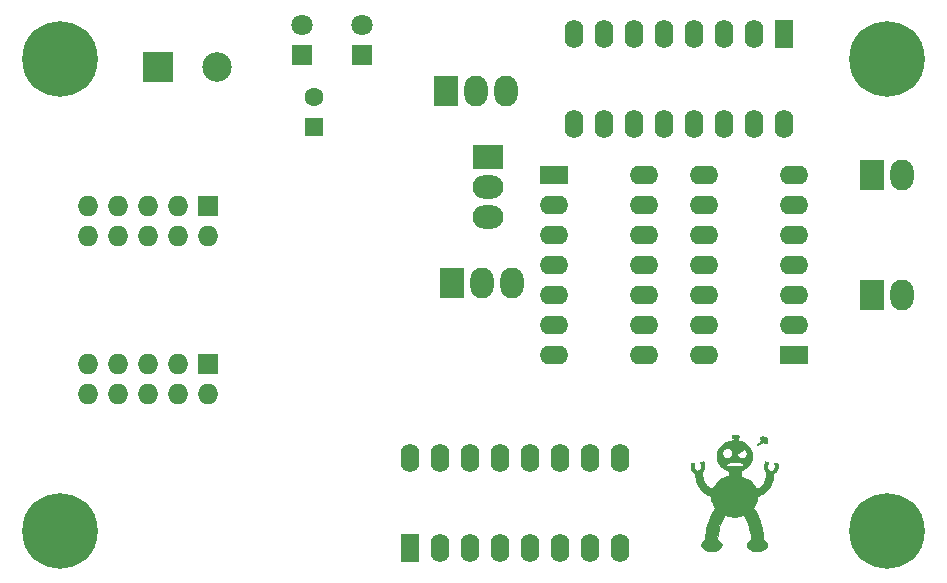
<source format=gts>
%TF.GenerationSoftware,KiCad,Pcbnew,(5.0.0-rc2-dev-488-g86906b05e)*%
%TF.CreationDate,2018-05-18T00:39:14+02:00*%
%TF.ProjectId,ledbox,6C6564626F782E6B696361645F706362,rev?*%
%TF.SameCoordinates,Original*%
%TF.FileFunction,Soldermask,Top*%
%TF.FilePolarity,Negative*%
%FSLAX46Y46*%
G04 Gerber Fmt 4.6, Leading zero omitted, Abs format (unit mm)*
G04 Created by KiCad (PCBNEW (5.0.0-rc2-dev-488-g86906b05e)) date Fri May 18 00:39:14 2018*
%MOMM*%
%LPD*%
G01*
G04 APERTURE LIST*
%ADD10C,0.010000*%
%ADD11C,6.400000*%
%ADD12C,0.800000*%
%ADD13R,1.600000X1.600000*%
%ADD14C,1.600000*%
%ADD15R,1.800000X1.800000*%
%ADD16C,1.800000*%
%ADD17O,2.600000X2.000000*%
%ADD18R,2.600000X2.000000*%
%ADD19R,2.500000X2.500000*%
%ADD20C,2.500000*%
%ADD21R,2.000000X2.600000*%
%ADD22O,2.000000X2.600000*%
%ADD23R,1.600000X2.400000*%
%ADD24O,1.600000X2.400000*%
%ADD25R,2.400000X1.600000*%
%ADD26O,2.400000X1.600000*%
%ADD27O,1.727200X1.727200*%
%ADD28R,1.727200X1.727200*%
G04 APERTURE END LIST*
D10*
%TO.C,G\002A\002A\002A*%
G36*
X164468120Y-136964691D02*
X164511376Y-136989392D01*
X164535856Y-137022929D01*
X164550418Y-137051035D01*
X164559230Y-137067075D01*
X164559915Y-137068091D01*
X164572130Y-137065839D01*
X164599126Y-137056115D01*
X164608692Y-137052216D01*
X164664223Y-137035516D01*
X164709298Y-137038442D01*
X164750376Y-137061677D01*
X164757683Y-137067925D01*
X164791806Y-137113639D01*
X164806092Y-137167741D01*
X164799227Y-137222554D01*
X164788263Y-137246472D01*
X164765635Y-137284778D01*
X164813235Y-137329670D01*
X164845399Y-137365959D01*
X164854838Y-137392990D01*
X164854021Y-137397456D01*
X164845875Y-137427283D01*
X164838825Y-137455475D01*
X164822622Y-137488976D01*
X164798410Y-137515800D01*
X164759048Y-137536977D01*
X164715653Y-137539475D01*
X164664620Y-137522712D01*
X164602347Y-137486105D01*
X164598399Y-137483418D01*
X164514292Y-137425837D01*
X164340421Y-137517129D01*
X164272381Y-137552928D01*
X164205087Y-137588465D01*
X164145070Y-137620283D01*
X164098862Y-137644923D01*
X164087718Y-137650910D01*
X164043670Y-137674423D01*
X164016844Y-137687480D01*
X164002142Y-137691756D01*
X163994469Y-137688926D01*
X163990148Y-137682963D01*
X163995925Y-137670366D01*
X164016200Y-137642896D01*
X164048069Y-137604178D01*
X164088624Y-137557836D01*
X164104698Y-137540088D01*
X164153102Y-137486767D01*
X164199470Y-137435083D01*
X164239021Y-137390403D01*
X164266974Y-137358097D01*
X164270305Y-137354130D01*
X164314913Y-137300610D01*
X164280794Y-137230873D01*
X164260966Y-137185552D01*
X164252941Y-137150472D01*
X164254512Y-137114682D01*
X164255764Y-137106593D01*
X164273986Y-137055519D01*
X164307362Y-137009679D01*
X164349801Y-136975084D01*
X164395212Y-136957744D01*
X164407557Y-136956800D01*
X164468120Y-136964691D01*
X164468120Y-136964691D01*
G37*
X164468120Y-136964691D02*
X164511376Y-136989392D01*
X164535856Y-137022929D01*
X164550418Y-137051035D01*
X164559230Y-137067075D01*
X164559915Y-137068091D01*
X164572130Y-137065839D01*
X164599126Y-137056115D01*
X164608692Y-137052216D01*
X164664223Y-137035516D01*
X164709298Y-137038442D01*
X164750376Y-137061677D01*
X164757683Y-137067925D01*
X164791806Y-137113639D01*
X164806092Y-137167741D01*
X164799227Y-137222554D01*
X164788263Y-137246472D01*
X164765635Y-137284778D01*
X164813235Y-137329670D01*
X164845399Y-137365959D01*
X164854838Y-137392990D01*
X164854021Y-137397456D01*
X164845875Y-137427283D01*
X164838825Y-137455475D01*
X164822622Y-137488976D01*
X164798410Y-137515800D01*
X164759048Y-137536977D01*
X164715653Y-137539475D01*
X164664620Y-137522712D01*
X164602347Y-137486105D01*
X164598399Y-137483418D01*
X164514292Y-137425837D01*
X164340421Y-137517129D01*
X164272381Y-137552928D01*
X164205087Y-137588465D01*
X164145070Y-137620283D01*
X164098862Y-137644923D01*
X164087718Y-137650910D01*
X164043670Y-137674423D01*
X164016844Y-137687480D01*
X164002142Y-137691756D01*
X163994469Y-137688926D01*
X163990148Y-137682963D01*
X163995925Y-137670366D01*
X164016200Y-137642896D01*
X164048069Y-137604178D01*
X164088624Y-137557836D01*
X164104698Y-137540088D01*
X164153102Y-137486767D01*
X164199470Y-137435083D01*
X164239021Y-137390403D01*
X164266974Y-137358097D01*
X164270305Y-137354130D01*
X164314913Y-137300610D01*
X164280794Y-137230873D01*
X164260966Y-137185552D01*
X164252941Y-137150472D01*
X164254512Y-137114682D01*
X164255764Y-137106593D01*
X164273986Y-137055519D01*
X164307362Y-137009679D01*
X164349801Y-136975084D01*
X164395212Y-136957744D01*
X164407557Y-136956800D01*
X164468120Y-136964691D01*
G36*
X162198336Y-136811315D02*
X162243302Y-136813722D01*
X162276014Y-136819031D01*
X162303041Y-136828307D01*
X162330750Y-136842500D01*
X162386358Y-136883102D01*
X162418627Y-136928094D01*
X162427078Y-136975402D01*
X162411231Y-137022950D01*
X162380946Y-137059570D01*
X162362336Y-137078220D01*
X162351346Y-137095846D01*
X162346285Y-137119367D01*
X162345461Y-137155706D01*
X162346749Y-137199541D01*
X162350450Y-137304109D01*
X162426650Y-137321181D01*
X162608285Y-137373351D01*
X162780363Y-137445539D01*
X162940647Y-137536045D01*
X163086900Y-137643172D01*
X163216883Y-137765220D01*
X163328360Y-137900493D01*
X163419094Y-138047291D01*
X163440871Y-138091061D01*
X163499427Y-138241353D01*
X163538543Y-138399994D01*
X163557772Y-138562051D01*
X163556670Y-138722588D01*
X163534791Y-138876669D01*
X163517788Y-138943472D01*
X163468405Y-139078976D01*
X163400908Y-139215876D01*
X163319584Y-139347079D01*
X163228721Y-139465492D01*
X163155212Y-139543246D01*
X163087548Y-139601589D01*
X163006312Y-139662052D01*
X162917481Y-139720956D01*
X162827029Y-139774620D01*
X162740932Y-139819364D01*
X162665166Y-139851507D01*
X162642550Y-139858993D01*
X162591750Y-139874233D01*
X162588306Y-140115571D01*
X162584863Y-140356908D01*
X162708956Y-140391294D01*
X162918299Y-140460695D01*
X163111416Y-140548122D01*
X163287534Y-140652960D01*
X163445877Y-140774595D01*
X163585669Y-140912412D01*
X163706134Y-141065798D01*
X163806499Y-141234139D01*
X163827952Y-141277630D01*
X163853434Y-141328146D01*
X163876187Y-141359868D01*
X163901759Y-141374657D01*
X163935697Y-141374373D01*
X163983553Y-141360876D01*
X164027968Y-141344689D01*
X164139974Y-141290751D01*
X164250586Y-141215297D01*
X164355864Y-141122082D01*
X164451869Y-141014859D01*
X164534662Y-140897385D01*
X164577908Y-140820504D01*
X164609705Y-140752755D01*
X164642624Y-140673832D01*
X164673362Y-140592424D01*
X164698620Y-140517222D01*
X164713701Y-140463037D01*
X164726977Y-140400809D01*
X164740101Y-140329288D01*
X164752006Y-140255481D01*
X164761627Y-140186398D01*
X164767898Y-140129046D01*
X164769800Y-140094171D01*
X164773414Y-140059649D01*
X164782268Y-140035783D01*
X164783786Y-140033993D01*
X164786800Y-140019469D01*
X164774623Y-139993924D01*
X164745698Y-139954130D01*
X164744672Y-139952830D01*
X164670562Y-139841562D01*
X164617019Y-139719664D01*
X164602919Y-139674724D01*
X164589920Y-139623969D01*
X164582546Y-139578029D01*
X164580706Y-139530205D01*
X164584310Y-139473799D01*
X164593267Y-139402112D01*
X164598735Y-139364965D01*
X164614562Y-139270492D01*
X164630695Y-139193228D01*
X164646593Y-139135069D01*
X164661712Y-139097914D01*
X164675513Y-139083656D01*
X164679030Y-139084012D01*
X164698370Y-139089542D01*
X164736183Y-139098968D01*
X164786134Y-139110740D01*
X164818837Y-139118183D01*
X164871125Y-139130133D01*
X164913201Y-139140134D01*
X164939530Y-139146851D01*
X164945553Y-139148802D01*
X164941655Y-139160038D01*
X164926874Y-139185004D01*
X164916570Y-139200537D01*
X164878006Y-139273291D01*
X164850477Y-139358361D01*
X164836842Y-139444906D01*
X164837182Y-139501512D01*
X164855800Y-139600550D01*
X164890915Y-139689450D01*
X164940216Y-139764315D01*
X165001396Y-139821245D01*
X165039905Y-139843801D01*
X165083624Y-139857280D01*
X165139021Y-139864420D01*
X165159069Y-139864980D01*
X165242306Y-139852949D01*
X165316385Y-139817536D01*
X165380518Y-139759342D01*
X165433913Y-139678969D01*
X165451174Y-139642850D01*
X165462214Y-139602632D01*
X165469917Y-139545001D01*
X165474168Y-139477303D01*
X165474857Y-139406888D01*
X165471870Y-139341104D01*
X165465095Y-139287297D01*
X165457065Y-139258267D01*
X165446711Y-139230110D01*
X165443854Y-139214441D01*
X165444365Y-139213616D01*
X165458307Y-139212979D01*
X165491954Y-139213645D01*
X165539651Y-139215461D01*
X165575777Y-139217198D01*
X165702304Y-139223750D01*
X165718390Y-139299950D01*
X165725645Y-139348602D01*
X165730863Y-139411353D01*
X165733199Y-139476928D01*
X165733197Y-139496800D01*
X165720964Y-139633117D01*
X165686775Y-139757449D01*
X165629846Y-139871839D01*
X165549396Y-139978331D01*
X165548344Y-139979504D01*
X165508593Y-140017818D01*
X165459161Y-140057092D01*
X165406954Y-140092631D01*
X165358880Y-140119736D01*
X165321845Y-140133711D01*
X165321480Y-140133783D01*
X165299551Y-140144339D01*
X165294031Y-140158885D01*
X165306379Y-140168980D01*
X165315240Y-140169900D01*
X165334266Y-140173508D01*
X165346085Y-140186738D01*
X165351253Y-140213194D01*
X165350329Y-140256484D01*
X165343870Y-140320211D01*
X165341486Y-140339523D01*
X165305603Y-140541555D01*
X165249430Y-140746732D01*
X165175304Y-140946662D01*
X165166598Y-140966955D01*
X165072236Y-141155625D01*
X164959844Y-141330724D01*
X164831215Y-141490549D01*
X164688145Y-141633392D01*
X164532426Y-141757550D01*
X164365855Y-141861316D01*
X164190224Y-141942984D01*
X164109400Y-141971849D01*
X164001450Y-142006878D01*
X163992197Y-142120264D01*
X163963798Y-142313337D01*
X163910427Y-142505192D01*
X163832514Y-142694596D01*
X163730487Y-142880320D01*
X163723739Y-142891111D01*
X163653623Y-143002473D01*
X163712296Y-143087961D01*
X163799613Y-143224901D01*
X163888180Y-143381990D01*
X163975706Y-143554226D01*
X164059898Y-143736607D01*
X164138465Y-143924130D01*
X164209116Y-144111794D01*
X164269557Y-144294596D01*
X164278050Y-144322800D01*
X164301034Y-144400324D01*
X164319143Y-144462131D01*
X164333768Y-144513679D01*
X164346300Y-144560426D01*
X164358131Y-144607833D01*
X164370652Y-144661359D01*
X164385253Y-144726462D01*
X164403327Y-144808601D01*
X164412367Y-144849850D01*
X164432260Y-144949495D01*
X164452653Y-145067492D01*
X164472553Y-145196835D01*
X164490967Y-145330519D01*
X164506903Y-145461539D01*
X164519367Y-145582890D01*
X164523923Y-145636908D01*
X164532229Y-145744972D01*
X164584339Y-145775639D01*
X164628562Y-145807103D01*
X164678854Y-145851213D01*
X164729026Y-145901624D01*
X164772886Y-145951988D01*
X164804243Y-145995958D01*
X164810608Y-146007606D01*
X164826767Y-146056167D01*
X164834342Y-146120811D01*
X164835194Y-146152697D01*
X164831062Y-146225135D01*
X164815354Y-146286153D01*
X164784961Y-146342521D01*
X164736770Y-146401004D01*
X164707270Y-146430968D01*
X164642905Y-146486440D01*
X164569683Y-146534216D01*
X164482282Y-146577263D01*
X164375380Y-146618549D01*
X164363400Y-146622699D01*
X164242750Y-146664131D01*
X163976050Y-146664015D01*
X163885651Y-146663801D01*
X163816075Y-146662980D01*
X163762747Y-146661147D01*
X163721089Y-146657898D01*
X163686525Y-146652826D01*
X163654480Y-146645529D01*
X163620377Y-146635601D01*
X163606945Y-146631379D01*
X163474220Y-146581417D01*
X163359834Y-146522165D01*
X163265005Y-146454775D01*
X163190950Y-146380398D01*
X163138886Y-146300187D01*
X163110030Y-146215293D01*
X163104285Y-146155634D01*
X163116504Y-146071802D01*
X163151442Y-145988944D01*
X163206518Y-145910308D01*
X163279152Y-145839143D01*
X163366766Y-145778695D01*
X163428307Y-145747660D01*
X163464765Y-145731647D01*
X163458326Y-145538398D01*
X163455818Y-145473592D01*
X163452565Y-145415859D01*
X163447984Y-145360453D01*
X163441494Y-145302627D01*
X163432512Y-145237634D01*
X163420455Y-145160728D01*
X163404742Y-145067164D01*
X163390206Y-144983200D01*
X163345397Y-144765776D01*
X163287797Y-144550796D01*
X163219001Y-144342544D01*
X163140602Y-144145303D01*
X163054194Y-143963357D01*
X162961372Y-143800991D01*
X162935470Y-143761143D01*
X162896057Y-143701623D01*
X162867575Y-143660057D01*
X162845612Y-143634153D01*
X162825761Y-143621619D01*
X162803612Y-143620164D01*
X162774754Y-143627495D01*
X162734779Y-143641322D01*
X162716744Y-143647473D01*
X162659913Y-143664582D01*
X162587239Y-143683734D01*
X162507904Y-143702636D01*
X162431093Y-143718992D01*
X162428107Y-143719580D01*
X162365477Y-143731529D01*
X162313497Y-143740217D01*
X162266264Y-143746036D01*
X162217875Y-143749375D01*
X162162426Y-143750626D01*
X162094015Y-143750181D01*
X162006738Y-143748431D01*
X161996307Y-143748188D01*
X161900057Y-143745521D01*
X161822395Y-143741953D01*
X161756507Y-143736581D01*
X161695583Y-143728501D01*
X161632808Y-143716807D01*
X161561371Y-143700598D01*
X161474460Y-143678967D01*
X161474150Y-143678888D01*
X161418240Y-143663116D01*
X161359479Y-143644203D01*
X161330818Y-143633895D01*
X161293908Y-143620787D01*
X161268187Y-143613493D01*
X161260456Y-143613114D01*
X161251907Y-143625076D01*
X161232586Y-143651807D01*
X161206662Y-143687539D01*
X161206472Y-143687800D01*
X161105682Y-143842541D01*
X161011747Y-144018590D01*
X160925720Y-144212528D01*
X160848653Y-144420935D01*
X160781602Y-144640389D01*
X160725618Y-144867472D01*
X160681756Y-145098763D01*
X160651069Y-145330841D01*
X160635383Y-145542000D01*
X160627109Y-145726150D01*
X160700295Y-145763726D01*
X160800627Y-145825374D01*
X160880997Y-145896311D01*
X160940074Y-145974762D01*
X160976532Y-146058955D01*
X160989040Y-146147116D01*
X160989035Y-146149183D01*
X160976169Y-146239726D01*
X160939303Y-146325171D01*
X160879503Y-146404515D01*
X160797839Y-146476754D01*
X160695376Y-146540886D01*
X160573184Y-146595906D01*
X160480396Y-146627295D01*
X160429429Y-146641349D01*
X160381485Y-146651303D01*
X160329599Y-146658042D01*
X160266804Y-146662451D01*
X160186133Y-146665414D01*
X160178750Y-146665614D01*
X160104304Y-146666760D01*
X160031965Y-146666402D01*
X159968790Y-146664673D01*
X159921837Y-146661705D01*
X159912050Y-146660603D01*
X159790942Y-146636807D01*
X159673878Y-146599073D01*
X159564579Y-146549567D01*
X159466765Y-146490452D01*
X159384155Y-146423892D01*
X159320469Y-146352052D01*
X159288128Y-146297650D01*
X159262171Y-146213962D01*
X159258293Y-146125341D01*
X159275747Y-146037996D01*
X159313789Y-145958140D01*
X159331899Y-145933021D01*
X159369826Y-145891097D01*
X159418762Y-145844562D01*
X159471231Y-145799889D01*
X159519755Y-145763555D01*
X159546925Y-145746786D01*
X159561204Y-145736934D01*
X159569747Y-145722133D01*
X159574000Y-145696423D01*
X159575409Y-145653842D01*
X159575500Y-145628927D01*
X159578040Y-145563844D01*
X159585205Y-145478801D01*
X159596309Y-145378675D01*
X159610667Y-145268345D01*
X159627594Y-145152690D01*
X159646405Y-145036587D01*
X159666415Y-144924915D01*
X159686938Y-144822552D01*
X159692055Y-144799050D01*
X159781584Y-144442505D01*
X159887871Y-144104923D01*
X160010989Y-143786110D01*
X160151016Y-143485874D01*
X160308027Y-143204023D01*
X160339306Y-143153298D01*
X160372114Y-143099605D01*
X160399273Y-143052638D01*
X160418191Y-143017064D01*
X160426279Y-142997548D01*
X160426400Y-142996412D01*
X160418831Y-142975252D01*
X160400280Y-142946799D01*
X160396971Y-142942649D01*
X160369225Y-142903819D01*
X160334957Y-142848464D01*
X160297936Y-142783281D01*
X160261930Y-142714969D01*
X160230707Y-142650224D01*
X160224160Y-142635538D01*
X160167226Y-142480114D01*
X160124949Y-142309816D01*
X160102617Y-142165074D01*
X160095032Y-142104221D01*
X160087309Y-142052687D01*
X160080316Y-142015663D01*
X160074925Y-141998339D01*
X160074614Y-141997984D01*
X160058246Y-141989999D01*
X160024190Y-141977625D01*
X159979228Y-141963288D01*
X159970221Y-141960605D01*
X159916134Y-141941876D01*
X159850715Y-141915125D01*
X159784718Y-141884875D01*
X159756693Y-141870805D01*
X159579194Y-141764335D01*
X159415594Y-141637237D01*
X159266869Y-141490752D01*
X159133998Y-141326122D01*
X159017960Y-141144586D01*
X158919733Y-140947388D01*
X158840294Y-140735766D01*
X158826385Y-140690600D01*
X158805236Y-140612213D01*
X158784254Y-140521899D01*
X158765024Y-140427691D01*
X158749131Y-140337624D01*
X158738159Y-140259732D01*
X158734960Y-140227165D01*
X158734078Y-140194293D01*
X158741388Y-140178374D01*
X158761647Y-140171193D01*
X158768057Y-140170015D01*
X158794221Y-140160877D01*
X158809698Y-140147742D01*
X158810522Y-140136202D01*
X158795146Y-140131800D01*
X158773595Y-140126288D01*
X158737992Y-140111942D01*
X158702012Y-140094825D01*
X158611285Y-140035213D01*
X158529742Y-139955191D01*
X158460319Y-139858972D01*
X158405951Y-139750764D01*
X158369575Y-139634779D01*
X158364732Y-139611100D01*
X158357945Y-139563565D01*
X158355705Y-139513314D01*
X158358002Y-139452815D01*
X158364449Y-139378291D01*
X158371009Y-139318990D01*
X158377656Y-139269226D01*
X158383604Y-139234290D01*
X158387998Y-139219541D01*
X158402664Y-139215917D01*
X158435288Y-139212344D01*
X158479427Y-139209119D01*
X158528639Y-139206539D01*
X158576481Y-139204900D01*
X158616511Y-139204499D01*
X158642285Y-139205632D01*
X158648399Y-139207554D01*
X158645018Y-139221584D01*
X158636285Y-139252367D01*
X158627540Y-139281769D01*
X158608404Y-139378840D01*
X158607474Y-139477308D01*
X158623353Y-139572835D01*
X158654644Y-139661082D01*
X158699950Y-139737711D01*
X158757875Y-139798383D01*
X158803469Y-139828163D01*
X158859033Y-139846174D01*
X158926648Y-139852928D01*
X158995605Y-139848442D01*
X159055194Y-139832734D01*
X159066033Y-139827748D01*
X159128596Y-139782310D01*
X159181472Y-139716774D01*
X159222219Y-139635387D01*
X159248398Y-139542394D01*
X159254591Y-139499685D01*
X159253799Y-139433782D01*
X159241133Y-139358020D01*
X159219177Y-139283419D01*
X159190519Y-139221002D01*
X159188345Y-139217400D01*
X159168818Y-139185550D01*
X159154408Y-139161784D01*
X159152250Y-139158157D01*
X159157971Y-139148732D01*
X159185724Y-139136841D01*
X159236671Y-139122066D01*
X159285079Y-139110176D01*
X159341497Y-139097468D01*
X159388177Y-139087939D01*
X159420004Y-139082566D01*
X159431768Y-139082134D01*
X159437652Y-139097175D01*
X159442896Y-139120260D01*
X159452453Y-139159009D01*
X159461352Y-139186049D01*
X159467504Y-139210805D01*
X159475349Y-139254863D01*
X159483933Y-139312268D01*
X159492303Y-139377060D01*
X159493306Y-139385547D01*
X159501458Y-139461625D01*
X159505522Y-139518775D01*
X159505611Y-139563121D01*
X159501839Y-139600787D01*
X159497725Y-139622941D01*
X159476132Y-139697647D01*
X159443411Y-139778789D01*
X159403964Y-139857051D01*
X159362192Y-139923117D01*
X159346331Y-139943435D01*
X159318844Y-139977282D01*
X159305057Y-140001273D01*
X159302025Y-140024738D01*
X159306804Y-140057008D01*
X159308215Y-140064212D01*
X159315216Y-140102829D01*
X159324451Y-140158118D01*
X159334532Y-140221612D01*
X159341161Y-140265150D01*
X159383029Y-140470868D01*
X159444878Y-140661214D01*
X159526630Y-140835974D01*
X159600017Y-140955318D01*
X159645832Y-141015134D01*
X159703746Y-141080471D01*
X159767550Y-141145123D01*
X159831036Y-141202881D01*
X159887992Y-141247536D01*
X159901112Y-141256329D01*
X159963503Y-141292045D01*
X160032815Y-141325018D01*
X160100607Y-141351678D01*
X160158442Y-141368458D01*
X160172226Y-141370978D01*
X160195912Y-141373512D01*
X160211954Y-141369354D01*
X160225361Y-141353847D01*
X160241140Y-141322333D01*
X160252862Y-141295999D01*
X160310184Y-141186109D01*
X160386398Y-141070294D01*
X160477351Y-140953313D01*
X160578893Y-140839926D01*
X160686869Y-140734892D01*
X160797130Y-140642971D01*
X160864550Y-140594830D01*
X161050739Y-140484350D01*
X161248102Y-140392056D01*
X161450308Y-140320740D01*
X161541144Y-140296249D01*
X161595439Y-140283048D01*
X161591944Y-140084144D01*
X161588450Y-139885239D01*
X161531300Y-139868807D01*
X161441444Y-139836093D01*
X161341218Y-139787976D01*
X161236874Y-139728257D01*
X161134664Y-139660737D01*
X161040841Y-139589218D01*
X160974770Y-139530467D01*
X160872980Y-139417662D01*
X161378900Y-139417662D01*
X161388116Y-139473168D01*
X161416061Y-139511644D01*
X161463176Y-139533688D01*
X161464858Y-139534094D01*
X161477821Y-139531424D01*
X161509197Y-139523618D01*
X161552891Y-139512207D01*
X161565603Y-139508815D01*
X161612598Y-139495825D01*
X161649836Y-139484795D01*
X161670681Y-139477710D01*
X161672478Y-139476836D01*
X161692358Y-139471171D01*
X161732343Y-139464516D01*
X161787183Y-139457398D01*
X161851628Y-139450349D01*
X161920428Y-139443896D01*
X161988334Y-139438569D01*
X162050095Y-139434897D01*
X162100463Y-139433409D01*
X162103310Y-139433401D01*
X162174477Y-139435519D01*
X162255764Y-139441428D01*
X162340583Y-139450304D01*
X162422346Y-139461321D01*
X162494466Y-139473653D01*
X162550355Y-139486474D01*
X162566350Y-139491435D01*
X162610896Y-139502236D01*
X162663275Y-139508607D01*
X162682903Y-139509315D01*
X162737434Y-139502478D01*
X162773980Y-139480084D01*
X162794585Y-139439845D01*
X162801291Y-139379473D01*
X162801300Y-139376813D01*
X162797364Y-139333804D01*
X162783270Y-139298724D01*
X162755589Y-139267919D01*
X162710892Y-139237737D01*
X162645749Y-139204526D01*
X162634706Y-139199382D01*
X162530311Y-139157859D01*
X162421467Y-139128774D01*
X162302315Y-139111027D01*
X162166995Y-139103519D01*
X162121316Y-139103100D01*
X161956364Y-139110334D01*
X161810367Y-139132487D01*
X161681249Y-139170238D01*
X161566935Y-139224262D01*
X161465347Y-139295238D01*
X161426525Y-139329745D01*
X161395113Y-139364533D01*
X161381030Y-139395675D01*
X161378900Y-139417662D01*
X160872980Y-139417662D01*
X160857970Y-139401028D01*
X160761090Y-139259487D01*
X160684594Y-139108345D01*
X160628947Y-138950106D01*
X160594616Y-138787273D01*
X160582065Y-138622350D01*
X160591760Y-138457839D01*
X160606894Y-138382375D01*
X161038510Y-138382375D01*
X161041216Y-138436486D01*
X161047050Y-138488185D01*
X161055170Y-138531542D01*
X161064731Y-138560625D01*
X161073623Y-138569700D01*
X161084433Y-138580367D01*
X161091287Y-138598275D01*
X161107910Y-138630198D01*
X161140192Y-138668790D01*
X161181905Y-138707828D01*
X161226821Y-138741088D01*
X161244749Y-138751628D01*
X161343691Y-138792088D01*
X161444446Y-138807665D01*
X161550266Y-138798828D01*
X161559249Y-138797039D01*
X161653912Y-138764793D01*
X161738313Y-138710771D01*
X161809111Y-138637636D01*
X161857717Y-138559152D01*
X161876093Y-138517506D01*
X161884401Y-138488048D01*
X162256452Y-138488048D01*
X162261932Y-138516432D01*
X162265327Y-138528022D01*
X162292635Y-138587948D01*
X162336746Y-138650240D01*
X162391314Y-138706810D01*
X162428524Y-138736089D01*
X162518641Y-138783176D01*
X162617259Y-138806384D01*
X162724085Y-138805662D01*
X162778449Y-138796745D01*
X162871773Y-138765610D01*
X162950968Y-138714267D01*
X163017135Y-138641788D01*
X163069519Y-138551251D01*
X163087079Y-138510941D01*
X163097402Y-138476821D01*
X163102000Y-138439853D01*
X163102385Y-138391004D01*
X163101499Y-138360150D01*
X163097600Y-138295064D01*
X163090045Y-138247070D01*
X163077232Y-138207941D01*
X163068133Y-138188700D01*
X163041149Y-138144630D01*
X163007292Y-138100859D01*
X162971500Y-138062621D01*
X162938710Y-138035146D01*
X162913861Y-138023670D01*
X162912349Y-138023600D01*
X162895081Y-138030644D01*
X162860800Y-138050269D01*
X162813103Y-138080208D01*
X162755587Y-138118197D01*
X162691850Y-138161971D01*
X162685422Y-138166475D01*
X162618876Y-138213069D01*
X162556210Y-138256743D01*
X162501637Y-138294575D01*
X162459372Y-138323642D01*
X162433628Y-138341025D01*
X162433515Y-138341100D01*
X162341876Y-138404515D01*
X162282726Y-138450554D01*
X162262575Y-138469689D01*
X162256452Y-138488048D01*
X161884401Y-138488048D01*
X161886815Y-138479490D01*
X161891814Y-138435256D01*
X161893022Y-138379200D01*
X161891682Y-138319421D01*
X161886186Y-138274558D01*
X161874530Y-138234219D01*
X161857237Y-138193448D01*
X161803378Y-138104649D01*
X161733160Y-138034971D01*
X161647884Y-137985282D01*
X161548852Y-137956445D01*
X161491232Y-137949913D01*
X161395092Y-137951312D01*
X161313681Y-137969162D01*
X161240764Y-138005572D01*
X161176868Y-138056306D01*
X161113816Y-138123831D01*
X161071998Y-138192511D01*
X161047931Y-138269347D01*
X161039778Y-138331783D01*
X161038510Y-138382375D01*
X160606894Y-138382375D01*
X160624168Y-138296245D01*
X160679752Y-138140070D01*
X160705955Y-138084809D01*
X160794697Y-137935698D01*
X160903920Y-137794693D01*
X161028864Y-137667207D01*
X161164771Y-137558655D01*
X161174097Y-137552229D01*
X161308967Y-137471915D01*
X161459108Y-137402913D01*
X161616396Y-137348282D01*
X161772706Y-137311082D01*
X161842450Y-137300616D01*
X161914062Y-137292188D01*
X161964311Y-137285471D01*
X161996954Y-137278422D01*
X162015749Y-137268994D01*
X162024453Y-137255144D01*
X162026825Y-137234827D01*
X162026620Y-137205999D01*
X162026600Y-137200409D01*
X162025885Y-137158909D01*
X162021222Y-137135323D01*
X162008836Y-137122164D01*
X161984950Y-137111945D01*
X161981309Y-137110625D01*
X161942151Y-137091214D01*
X161901410Y-137063444D01*
X161892409Y-137055958D01*
X161858154Y-137013009D01*
X161848438Y-136967316D01*
X161862806Y-136920659D01*
X161900805Y-136874819D01*
X161947433Y-136840232D01*
X161971450Y-136826975D01*
X161996454Y-136818375D01*
X162028643Y-136813456D01*
X162074215Y-136811240D01*
X162134550Y-136810750D01*
X162198336Y-136811315D01*
X162198336Y-136811315D01*
G37*
X162198336Y-136811315D02*
X162243302Y-136813722D01*
X162276014Y-136819031D01*
X162303041Y-136828307D01*
X162330750Y-136842500D01*
X162386358Y-136883102D01*
X162418627Y-136928094D01*
X162427078Y-136975402D01*
X162411231Y-137022950D01*
X162380946Y-137059570D01*
X162362336Y-137078220D01*
X162351346Y-137095846D01*
X162346285Y-137119367D01*
X162345461Y-137155706D01*
X162346749Y-137199541D01*
X162350450Y-137304109D01*
X162426650Y-137321181D01*
X162608285Y-137373351D01*
X162780363Y-137445539D01*
X162940647Y-137536045D01*
X163086900Y-137643172D01*
X163216883Y-137765220D01*
X163328360Y-137900493D01*
X163419094Y-138047291D01*
X163440871Y-138091061D01*
X163499427Y-138241353D01*
X163538543Y-138399994D01*
X163557772Y-138562051D01*
X163556670Y-138722588D01*
X163534791Y-138876669D01*
X163517788Y-138943472D01*
X163468405Y-139078976D01*
X163400908Y-139215876D01*
X163319584Y-139347079D01*
X163228721Y-139465492D01*
X163155212Y-139543246D01*
X163087548Y-139601589D01*
X163006312Y-139662052D01*
X162917481Y-139720956D01*
X162827029Y-139774620D01*
X162740932Y-139819364D01*
X162665166Y-139851507D01*
X162642550Y-139858993D01*
X162591750Y-139874233D01*
X162588306Y-140115571D01*
X162584863Y-140356908D01*
X162708956Y-140391294D01*
X162918299Y-140460695D01*
X163111416Y-140548122D01*
X163287534Y-140652960D01*
X163445877Y-140774595D01*
X163585669Y-140912412D01*
X163706134Y-141065798D01*
X163806499Y-141234139D01*
X163827952Y-141277630D01*
X163853434Y-141328146D01*
X163876187Y-141359868D01*
X163901759Y-141374657D01*
X163935697Y-141374373D01*
X163983553Y-141360876D01*
X164027968Y-141344689D01*
X164139974Y-141290751D01*
X164250586Y-141215297D01*
X164355864Y-141122082D01*
X164451869Y-141014859D01*
X164534662Y-140897385D01*
X164577908Y-140820504D01*
X164609705Y-140752755D01*
X164642624Y-140673832D01*
X164673362Y-140592424D01*
X164698620Y-140517222D01*
X164713701Y-140463037D01*
X164726977Y-140400809D01*
X164740101Y-140329288D01*
X164752006Y-140255481D01*
X164761627Y-140186398D01*
X164767898Y-140129046D01*
X164769800Y-140094171D01*
X164773414Y-140059649D01*
X164782268Y-140035783D01*
X164783786Y-140033993D01*
X164786800Y-140019469D01*
X164774623Y-139993924D01*
X164745698Y-139954130D01*
X164744672Y-139952830D01*
X164670562Y-139841562D01*
X164617019Y-139719664D01*
X164602919Y-139674724D01*
X164589920Y-139623969D01*
X164582546Y-139578029D01*
X164580706Y-139530205D01*
X164584310Y-139473799D01*
X164593267Y-139402112D01*
X164598735Y-139364965D01*
X164614562Y-139270492D01*
X164630695Y-139193228D01*
X164646593Y-139135069D01*
X164661712Y-139097914D01*
X164675513Y-139083656D01*
X164679030Y-139084012D01*
X164698370Y-139089542D01*
X164736183Y-139098968D01*
X164786134Y-139110740D01*
X164818837Y-139118183D01*
X164871125Y-139130133D01*
X164913201Y-139140134D01*
X164939530Y-139146851D01*
X164945553Y-139148802D01*
X164941655Y-139160038D01*
X164926874Y-139185004D01*
X164916570Y-139200537D01*
X164878006Y-139273291D01*
X164850477Y-139358361D01*
X164836842Y-139444906D01*
X164837182Y-139501512D01*
X164855800Y-139600550D01*
X164890915Y-139689450D01*
X164940216Y-139764315D01*
X165001396Y-139821245D01*
X165039905Y-139843801D01*
X165083624Y-139857280D01*
X165139021Y-139864420D01*
X165159069Y-139864980D01*
X165242306Y-139852949D01*
X165316385Y-139817536D01*
X165380518Y-139759342D01*
X165433913Y-139678969D01*
X165451174Y-139642850D01*
X165462214Y-139602632D01*
X165469917Y-139545001D01*
X165474168Y-139477303D01*
X165474857Y-139406888D01*
X165471870Y-139341104D01*
X165465095Y-139287297D01*
X165457065Y-139258267D01*
X165446711Y-139230110D01*
X165443854Y-139214441D01*
X165444365Y-139213616D01*
X165458307Y-139212979D01*
X165491954Y-139213645D01*
X165539651Y-139215461D01*
X165575777Y-139217198D01*
X165702304Y-139223750D01*
X165718390Y-139299950D01*
X165725645Y-139348602D01*
X165730863Y-139411353D01*
X165733199Y-139476928D01*
X165733197Y-139496800D01*
X165720964Y-139633117D01*
X165686775Y-139757449D01*
X165629846Y-139871839D01*
X165549396Y-139978331D01*
X165548344Y-139979504D01*
X165508593Y-140017818D01*
X165459161Y-140057092D01*
X165406954Y-140092631D01*
X165358880Y-140119736D01*
X165321845Y-140133711D01*
X165321480Y-140133783D01*
X165299551Y-140144339D01*
X165294031Y-140158885D01*
X165306379Y-140168980D01*
X165315240Y-140169900D01*
X165334266Y-140173508D01*
X165346085Y-140186738D01*
X165351253Y-140213194D01*
X165350329Y-140256484D01*
X165343870Y-140320211D01*
X165341486Y-140339523D01*
X165305603Y-140541555D01*
X165249430Y-140746732D01*
X165175304Y-140946662D01*
X165166598Y-140966955D01*
X165072236Y-141155625D01*
X164959844Y-141330724D01*
X164831215Y-141490549D01*
X164688145Y-141633392D01*
X164532426Y-141757550D01*
X164365855Y-141861316D01*
X164190224Y-141942984D01*
X164109400Y-141971849D01*
X164001450Y-142006878D01*
X163992197Y-142120264D01*
X163963798Y-142313337D01*
X163910427Y-142505192D01*
X163832514Y-142694596D01*
X163730487Y-142880320D01*
X163723739Y-142891111D01*
X163653623Y-143002473D01*
X163712296Y-143087961D01*
X163799613Y-143224901D01*
X163888180Y-143381990D01*
X163975706Y-143554226D01*
X164059898Y-143736607D01*
X164138465Y-143924130D01*
X164209116Y-144111794D01*
X164269557Y-144294596D01*
X164278050Y-144322800D01*
X164301034Y-144400324D01*
X164319143Y-144462131D01*
X164333768Y-144513679D01*
X164346300Y-144560426D01*
X164358131Y-144607833D01*
X164370652Y-144661359D01*
X164385253Y-144726462D01*
X164403327Y-144808601D01*
X164412367Y-144849850D01*
X164432260Y-144949495D01*
X164452653Y-145067492D01*
X164472553Y-145196835D01*
X164490967Y-145330519D01*
X164506903Y-145461539D01*
X164519367Y-145582890D01*
X164523923Y-145636908D01*
X164532229Y-145744972D01*
X164584339Y-145775639D01*
X164628562Y-145807103D01*
X164678854Y-145851213D01*
X164729026Y-145901624D01*
X164772886Y-145951988D01*
X164804243Y-145995958D01*
X164810608Y-146007606D01*
X164826767Y-146056167D01*
X164834342Y-146120811D01*
X164835194Y-146152697D01*
X164831062Y-146225135D01*
X164815354Y-146286153D01*
X164784961Y-146342521D01*
X164736770Y-146401004D01*
X164707270Y-146430968D01*
X164642905Y-146486440D01*
X164569683Y-146534216D01*
X164482282Y-146577263D01*
X164375380Y-146618549D01*
X164363400Y-146622699D01*
X164242750Y-146664131D01*
X163976050Y-146664015D01*
X163885651Y-146663801D01*
X163816075Y-146662980D01*
X163762747Y-146661147D01*
X163721089Y-146657898D01*
X163686525Y-146652826D01*
X163654480Y-146645529D01*
X163620377Y-146635601D01*
X163606945Y-146631379D01*
X163474220Y-146581417D01*
X163359834Y-146522165D01*
X163265005Y-146454775D01*
X163190950Y-146380398D01*
X163138886Y-146300187D01*
X163110030Y-146215293D01*
X163104285Y-146155634D01*
X163116504Y-146071802D01*
X163151442Y-145988944D01*
X163206518Y-145910308D01*
X163279152Y-145839143D01*
X163366766Y-145778695D01*
X163428307Y-145747660D01*
X163464765Y-145731647D01*
X163458326Y-145538398D01*
X163455818Y-145473592D01*
X163452565Y-145415859D01*
X163447984Y-145360453D01*
X163441494Y-145302627D01*
X163432512Y-145237634D01*
X163420455Y-145160728D01*
X163404742Y-145067164D01*
X163390206Y-144983200D01*
X163345397Y-144765776D01*
X163287797Y-144550796D01*
X163219001Y-144342544D01*
X163140602Y-144145303D01*
X163054194Y-143963357D01*
X162961372Y-143800991D01*
X162935470Y-143761143D01*
X162896057Y-143701623D01*
X162867575Y-143660057D01*
X162845612Y-143634153D01*
X162825761Y-143621619D01*
X162803612Y-143620164D01*
X162774754Y-143627495D01*
X162734779Y-143641322D01*
X162716744Y-143647473D01*
X162659913Y-143664582D01*
X162587239Y-143683734D01*
X162507904Y-143702636D01*
X162431093Y-143718992D01*
X162428107Y-143719580D01*
X162365477Y-143731529D01*
X162313497Y-143740217D01*
X162266264Y-143746036D01*
X162217875Y-143749375D01*
X162162426Y-143750626D01*
X162094015Y-143750181D01*
X162006738Y-143748431D01*
X161996307Y-143748188D01*
X161900057Y-143745521D01*
X161822395Y-143741953D01*
X161756507Y-143736581D01*
X161695583Y-143728501D01*
X161632808Y-143716807D01*
X161561371Y-143700598D01*
X161474460Y-143678967D01*
X161474150Y-143678888D01*
X161418240Y-143663116D01*
X161359479Y-143644203D01*
X161330818Y-143633895D01*
X161293908Y-143620787D01*
X161268187Y-143613493D01*
X161260456Y-143613114D01*
X161251907Y-143625076D01*
X161232586Y-143651807D01*
X161206662Y-143687539D01*
X161206472Y-143687800D01*
X161105682Y-143842541D01*
X161011747Y-144018590D01*
X160925720Y-144212528D01*
X160848653Y-144420935D01*
X160781602Y-144640389D01*
X160725618Y-144867472D01*
X160681756Y-145098763D01*
X160651069Y-145330841D01*
X160635383Y-145542000D01*
X160627109Y-145726150D01*
X160700295Y-145763726D01*
X160800627Y-145825374D01*
X160880997Y-145896311D01*
X160940074Y-145974762D01*
X160976532Y-146058955D01*
X160989040Y-146147116D01*
X160989035Y-146149183D01*
X160976169Y-146239726D01*
X160939303Y-146325171D01*
X160879503Y-146404515D01*
X160797839Y-146476754D01*
X160695376Y-146540886D01*
X160573184Y-146595906D01*
X160480396Y-146627295D01*
X160429429Y-146641349D01*
X160381485Y-146651303D01*
X160329599Y-146658042D01*
X160266804Y-146662451D01*
X160186133Y-146665414D01*
X160178750Y-146665614D01*
X160104304Y-146666760D01*
X160031965Y-146666402D01*
X159968790Y-146664673D01*
X159921837Y-146661705D01*
X159912050Y-146660603D01*
X159790942Y-146636807D01*
X159673878Y-146599073D01*
X159564579Y-146549567D01*
X159466765Y-146490452D01*
X159384155Y-146423892D01*
X159320469Y-146352052D01*
X159288128Y-146297650D01*
X159262171Y-146213962D01*
X159258293Y-146125341D01*
X159275747Y-146037996D01*
X159313789Y-145958140D01*
X159331899Y-145933021D01*
X159369826Y-145891097D01*
X159418762Y-145844562D01*
X159471231Y-145799889D01*
X159519755Y-145763555D01*
X159546925Y-145746786D01*
X159561204Y-145736934D01*
X159569747Y-145722133D01*
X159574000Y-145696423D01*
X159575409Y-145653842D01*
X159575500Y-145628927D01*
X159578040Y-145563844D01*
X159585205Y-145478801D01*
X159596309Y-145378675D01*
X159610667Y-145268345D01*
X159627594Y-145152690D01*
X159646405Y-145036587D01*
X159666415Y-144924915D01*
X159686938Y-144822552D01*
X159692055Y-144799050D01*
X159781584Y-144442505D01*
X159887871Y-144104923D01*
X160010989Y-143786110D01*
X160151016Y-143485874D01*
X160308027Y-143204023D01*
X160339306Y-143153298D01*
X160372114Y-143099605D01*
X160399273Y-143052638D01*
X160418191Y-143017064D01*
X160426279Y-142997548D01*
X160426400Y-142996412D01*
X160418831Y-142975252D01*
X160400280Y-142946799D01*
X160396971Y-142942649D01*
X160369225Y-142903819D01*
X160334957Y-142848464D01*
X160297936Y-142783281D01*
X160261930Y-142714969D01*
X160230707Y-142650224D01*
X160224160Y-142635538D01*
X160167226Y-142480114D01*
X160124949Y-142309816D01*
X160102617Y-142165074D01*
X160095032Y-142104221D01*
X160087309Y-142052687D01*
X160080316Y-142015663D01*
X160074925Y-141998339D01*
X160074614Y-141997984D01*
X160058246Y-141989999D01*
X160024190Y-141977625D01*
X159979228Y-141963288D01*
X159970221Y-141960605D01*
X159916134Y-141941876D01*
X159850715Y-141915125D01*
X159784718Y-141884875D01*
X159756693Y-141870805D01*
X159579194Y-141764335D01*
X159415594Y-141637237D01*
X159266869Y-141490752D01*
X159133998Y-141326122D01*
X159017960Y-141144586D01*
X158919733Y-140947388D01*
X158840294Y-140735766D01*
X158826385Y-140690600D01*
X158805236Y-140612213D01*
X158784254Y-140521899D01*
X158765024Y-140427691D01*
X158749131Y-140337624D01*
X158738159Y-140259732D01*
X158734960Y-140227165D01*
X158734078Y-140194293D01*
X158741388Y-140178374D01*
X158761647Y-140171193D01*
X158768057Y-140170015D01*
X158794221Y-140160877D01*
X158809698Y-140147742D01*
X158810522Y-140136202D01*
X158795146Y-140131800D01*
X158773595Y-140126288D01*
X158737992Y-140111942D01*
X158702012Y-140094825D01*
X158611285Y-140035213D01*
X158529742Y-139955191D01*
X158460319Y-139858972D01*
X158405951Y-139750764D01*
X158369575Y-139634779D01*
X158364732Y-139611100D01*
X158357945Y-139563565D01*
X158355705Y-139513314D01*
X158358002Y-139452815D01*
X158364449Y-139378291D01*
X158371009Y-139318990D01*
X158377656Y-139269226D01*
X158383604Y-139234290D01*
X158387998Y-139219541D01*
X158402664Y-139215917D01*
X158435288Y-139212344D01*
X158479427Y-139209119D01*
X158528639Y-139206539D01*
X158576481Y-139204900D01*
X158616511Y-139204499D01*
X158642285Y-139205632D01*
X158648399Y-139207554D01*
X158645018Y-139221584D01*
X158636285Y-139252367D01*
X158627540Y-139281769D01*
X158608404Y-139378840D01*
X158607474Y-139477308D01*
X158623353Y-139572835D01*
X158654644Y-139661082D01*
X158699950Y-139737711D01*
X158757875Y-139798383D01*
X158803469Y-139828163D01*
X158859033Y-139846174D01*
X158926648Y-139852928D01*
X158995605Y-139848442D01*
X159055194Y-139832734D01*
X159066033Y-139827748D01*
X159128596Y-139782310D01*
X159181472Y-139716774D01*
X159222219Y-139635387D01*
X159248398Y-139542394D01*
X159254591Y-139499685D01*
X159253799Y-139433782D01*
X159241133Y-139358020D01*
X159219177Y-139283419D01*
X159190519Y-139221002D01*
X159188345Y-139217400D01*
X159168818Y-139185550D01*
X159154408Y-139161784D01*
X159152250Y-139158157D01*
X159157971Y-139148732D01*
X159185724Y-139136841D01*
X159236671Y-139122066D01*
X159285079Y-139110176D01*
X159341497Y-139097468D01*
X159388177Y-139087939D01*
X159420004Y-139082566D01*
X159431768Y-139082134D01*
X159437652Y-139097175D01*
X159442896Y-139120260D01*
X159452453Y-139159009D01*
X159461352Y-139186049D01*
X159467504Y-139210805D01*
X159475349Y-139254863D01*
X159483933Y-139312268D01*
X159492303Y-139377060D01*
X159493306Y-139385547D01*
X159501458Y-139461625D01*
X159505522Y-139518775D01*
X159505611Y-139563121D01*
X159501839Y-139600787D01*
X159497725Y-139622941D01*
X159476132Y-139697647D01*
X159443411Y-139778789D01*
X159403964Y-139857051D01*
X159362192Y-139923117D01*
X159346331Y-139943435D01*
X159318844Y-139977282D01*
X159305057Y-140001273D01*
X159302025Y-140024738D01*
X159306804Y-140057008D01*
X159308215Y-140064212D01*
X159315216Y-140102829D01*
X159324451Y-140158118D01*
X159334532Y-140221612D01*
X159341161Y-140265150D01*
X159383029Y-140470868D01*
X159444878Y-140661214D01*
X159526630Y-140835974D01*
X159600017Y-140955318D01*
X159645832Y-141015134D01*
X159703746Y-141080471D01*
X159767550Y-141145123D01*
X159831036Y-141202881D01*
X159887992Y-141247536D01*
X159901112Y-141256329D01*
X159963503Y-141292045D01*
X160032815Y-141325018D01*
X160100607Y-141351678D01*
X160158442Y-141368458D01*
X160172226Y-141370978D01*
X160195912Y-141373512D01*
X160211954Y-141369354D01*
X160225361Y-141353847D01*
X160241140Y-141322333D01*
X160252862Y-141295999D01*
X160310184Y-141186109D01*
X160386398Y-141070294D01*
X160477351Y-140953313D01*
X160578893Y-140839926D01*
X160686869Y-140734892D01*
X160797130Y-140642971D01*
X160864550Y-140594830D01*
X161050739Y-140484350D01*
X161248102Y-140392056D01*
X161450308Y-140320740D01*
X161541144Y-140296249D01*
X161595439Y-140283048D01*
X161591944Y-140084144D01*
X161588450Y-139885239D01*
X161531300Y-139868807D01*
X161441444Y-139836093D01*
X161341218Y-139787976D01*
X161236874Y-139728257D01*
X161134664Y-139660737D01*
X161040841Y-139589218D01*
X160974770Y-139530467D01*
X160872980Y-139417662D01*
X161378900Y-139417662D01*
X161388116Y-139473168D01*
X161416061Y-139511644D01*
X161463176Y-139533688D01*
X161464858Y-139534094D01*
X161477821Y-139531424D01*
X161509197Y-139523618D01*
X161552891Y-139512207D01*
X161565603Y-139508815D01*
X161612598Y-139495825D01*
X161649836Y-139484795D01*
X161670681Y-139477710D01*
X161672478Y-139476836D01*
X161692358Y-139471171D01*
X161732343Y-139464516D01*
X161787183Y-139457398D01*
X161851628Y-139450349D01*
X161920428Y-139443896D01*
X161988334Y-139438569D01*
X162050095Y-139434897D01*
X162100463Y-139433409D01*
X162103310Y-139433401D01*
X162174477Y-139435519D01*
X162255764Y-139441428D01*
X162340583Y-139450304D01*
X162422346Y-139461321D01*
X162494466Y-139473653D01*
X162550355Y-139486474D01*
X162566350Y-139491435D01*
X162610896Y-139502236D01*
X162663275Y-139508607D01*
X162682903Y-139509315D01*
X162737434Y-139502478D01*
X162773980Y-139480084D01*
X162794585Y-139439845D01*
X162801291Y-139379473D01*
X162801300Y-139376813D01*
X162797364Y-139333804D01*
X162783270Y-139298724D01*
X162755589Y-139267919D01*
X162710892Y-139237737D01*
X162645749Y-139204526D01*
X162634706Y-139199382D01*
X162530311Y-139157859D01*
X162421467Y-139128774D01*
X162302315Y-139111027D01*
X162166995Y-139103519D01*
X162121316Y-139103100D01*
X161956364Y-139110334D01*
X161810367Y-139132487D01*
X161681249Y-139170238D01*
X161566935Y-139224262D01*
X161465347Y-139295238D01*
X161426525Y-139329745D01*
X161395113Y-139364533D01*
X161381030Y-139395675D01*
X161378900Y-139417662D01*
X160872980Y-139417662D01*
X160857970Y-139401028D01*
X160761090Y-139259487D01*
X160684594Y-139108345D01*
X160628947Y-138950106D01*
X160594616Y-138787273D01*
X160582065Y-138622350D01*
X160591760Y-138457839D01*
X160606894Y-138382375D01*
X161038510Y-138382375D01*
X161041216Y-138436486D01*
X161047050Y-138488185D01*
X161055170Y-138531542D01*
X161064731Y-138560625D01*
X161073623Y-138569700D01*
X161084433Y-138580367D01*
X161091287Y-138598275D01*
X161107910Y-138630198D01*
X161140192Y-138668790D01*
X161181905Y-138707828D01*
X161226821Y-138741088D01*
X161244749Y-138751628D01*
X161343691Y-138792088D01*
X161444446Y-138807665D01*
X161550266Y-138798828D01*
X161559249Y-138797039D01*
X161653912Y-138764793D01*
X161738313Y-138710771D01*
X161809111Y-138637636D01*
X161857717Y-138559152D01*
X161876093Y-138517506D01*
X161884401Y-138488048D01*
X162256452Y-138488048D01*
X162261932Y-138516432D01*
X162265327Y-138528022D01*
X162292635Y-138587948D01*
X162336746Y-138650240D01*
X162391314Y-138706810D01*
X162428524Y-138736089D01*
X162518641Y-138783176D01*
X162617259Y-138806384D01*
X162724085Y-138805662D01*
X162778449Y-138796745D01*
X162871773Y-138765610D01*
X162950968Y-138714267D01*
X163017135Y-138641788D01*
X163069519Y-138551251D01*
X163087079Y-138510941D01*
X163097402Y-138476821D01*
X163102000Y-138439853D01*
X163102385Y-138391004D01*
X163101499Y-138360150D01*
X163097600Y-138295064D01*
X163090045Y-138247070D01*
X163077232Y-138207941D01*
X163068133Y-138188700D01*
X163041149Y-138144630D01*
X163007292Y-138100859D01*
X162971500Y-138062621D01*
X162938710Y-138035146D01*
X162913861Y-138023670D01*
X162912349Y-138023600D01*
X162895081Y-138030644D01*
X162860800Y-138050269D01*
X162813103Y-138080208D01*
X162755587Y-138118197D01*
X162691850Y-138161971D01*
X162685422Y-138166475D01*
X162618876Y-138213069D01*
X162556210Y-138256743D01*
X162501637Y-138294575D01*
X162459372Y-138323642D01*
X162433628Y-138341025D01*
X162433515Y-138341100D01*
X162341876Y-138404515D01*
X162282726Y-138450554D01*
X162262575Y-138469689D01*
X162256452Y-138488048D01*
X161884401Y-138488048D01*
X161886815Y-138479490D01*
X161891814Y-138435256D01*
X161893022Y-138379200D01*
X161891682Y-138319421D01*
X161886186Y-138274558D01*
X161874530Y-138234219D01*
X161857237Y-138193448D01*
X161803378Y-138104649D01*
X161733160Y-138034971D01*
X161647884Y-137985282D01*
X161548852Y-137956445D01*
X161491232Y-137949913D01*
X161395092Y-137951312D01*
X161313681Y-137969162D01*
X161240764Y-138005572D01*
X161176868Y-138056306D01*
X161113816Y-138123831D01*
X161071998Y-138192511D01*
X161047931Y-138269347D01*
X161039778Y-138331783D01*
X161038510Y-138382375D01*
X160606894Y-138382375D01*
X160624168Y-138296245D01*
X160679752Y-138140070D01*
X160705955Y-138084809D01*
X160794697Y-137935698D01*
X160903920Y-137794693D01*
X161028864Y-137667207D01*
X161164771Y-137558655D01*
X161174097Y-137552229D01*
X161308967Y-137471915D01*
X161459108Y-137402913D01*
X161616396Y-137348282D01*
X161772706Y-137311082D01*
X161842450Y-137300616D01*
X161914062Y-137292188D01*
X161964311Y-137285471D01*
X161996954Y-137278422D01*
X162015749Y-137268994D01*
X162024453Y-137255144D01*
X162026825Y-137234827D01*
X162026620Y-137205999D01*
X162026600Y-137200409D01*
X162025885Y-137158909D01*
X162021222Y-137135323D01*
X162008836Y-137122164D01*
X161984950Y-137111945D01*
X161981309Y-137110625D01*
X161942151Y-137091214D01*
X161901410Y-137063444D01*
X161892409Y-137055958D01*
X161858154Y-137013009D01*
X161848438Y-136967316D01*
X161862806Y-136920659D01*
X161900805Y-136874819D01*
X161947433Y-136840232D01*
X161971450Y-136826975D01*
X161996454Y-136818375D01*
X162028643Y-136813456D01*
X162074215Y-136811240D01*
X162134550Y-136810750D01*
X162198336Y-136811315D01*
%TD*%
D11*
%TO.C,REF\002A\002A*%
X105000000Y-105000000D03*
D12*
X107400000Y-105000000D03*
X106697056Y-106697056D03*
X105000000Y-107400000D03*
X103302944Y-106697056D03*
X102600000Y-105000000D03*
X103302944Y-103302944D03*
X105000000Y-102600000D03*
X106697056Y-103302944D03*
%TD*%
%TO.C,REF\002A\002A*%
X106697056Y-143302944D03*
X105000000Y-142600000D03*
X103302944Y-143302944D03*
X102600000Y-145000000D03*
X103302944Y-146697056D03*
X105000000Y-147400000D03*
X106697056Y-146697056D03*
X107400000Y-145000000D03*
D11*
X105000000Y-145000000D03*
%TD*%
%TO.C,REF\002A\002A*%
X175000000Y-145000000D03*
D12*
X177400000Y-145000000D03*
X176697056Y-146697056D03*
X175000000Y-147400000D03*
X173302944Y-146697056D03*
X172600000Y-145000000D03*
X173302944Y-143302944D03*
X175000000Y-142600000D03*
X176697056Y-143302944D03*
%TD*%
%TO.C,REF\002A\002A*%
X176697056Y-103302944D03*
X175000000Y-102600000D03*
X173302944Y-103302944D03*
X172600000Y-105000000D03*
X173302944Y-106697056D03*
X175000000Y-107400000D03*
X176697056Y-106697056D03*
X177400000Y-105000000D03*
D11*
X175000000Y-105000000D03*
%TD*%
D13*
%TO.C,C101*%
X126492000Y-110744000D03*
D14*
X126492000Y-108244000D03*
%TD*%
D15*
%TO.C,D201*%
X130556000Y-104648000D03*
D16*
X130556000Y-102108000D03*
%TD*%
%TO.C,D202*%
X125476000Y-102108000D03*
D15*
X125476000Y-104648000D03*
%TD*%
D17*
%TO.C,J101*%
X141224000Y-118364000D03*
X141224000Y-115824000D03*
D18*
X141224000Y-113284000D03*
%TD*%
D19*
%TO.C,J102*%
X113284000Y-105664000D03*
D20*
X118284000Y-105664000D03*
%TD*%
D21*
%TO.C,J104*%
X138176000Y-123952000D03*
D22*
X140716000Y-123952000D03*
X143256000Y-123952000D03*
%TD*%
D21*
%TO.C,J301*%
X173736000Y-114808000D03*
D22*
X176276000Y-114808000D03*
%TD*%
%TO.C,J401*%
X176276000Y-124968000D03*
D21*
X173736000Y-124968000D03*
%TD*%
%TO.C,J501*%
X137668000Y-107696000D03*
D22*
X140208000Y-107696000D03*
X142748000Y-107696000D03*
%TD*%
D23*
%TO.C,U201*%
X166243000Y-102870000D03*
D24*
X148463000Y-110490000D03*
X163703000Y-102870000D03*
X151003000Y-110490000D03*
X161163000Y-102870000D03*
X153543000Y-110490000D03*
X158623000Y-102870000D03*
X156083000Y-110490000D03*
X156083000Y-102870000D03*
X158623000Y-110490000D03*
X153543000Y-102870000D03*
X161163000Y-110490000D03*
X151003000Y-102870000D03*
X163703000Y-110490000D03*
X148463000Y-102870000D03*
X166243000Y-110490000D03*
%TD*%
%TO.C,U202*%
X134620000Y-138797000D03*
X152400000Y-146417000D03*
X137160000Y-138797000D03*
X149860000Y-146417000D03*
X139700000Y-138797000D03*
X147320000Y-146417000D03*
X142240000Y-138797000D03*
X144780000Y-146417000D03*
X144780000Y-138797000D03*
X142240000Y-146417000D03*
X147320000Y-138797000D03*
X139700000Y-146417000D03*
X149860000Y-138797000D03*
X137160000Y-146417000D03*
X152400000Y-138797000D03*
D23*
X134620000Y-146417000D03*
%TD*%
D25*
%TO.C,U203*%
X146812000Y-114808000D03*
D26*
X154432000Y-130048000D03*
X146812000Y-117348000D03*
X154432000Y-127508000D03*
X146812000Y-119888000D03*
X154432000Y-124968000D03*
X146812000Y-122428000D03*
X154432000Y-122428000D03*
X146812000Y-124968000D03*
X154432000Y-119888000D03*
X146812000Y-127508000D03*
X154432000Y-117348000D03*
X146812000Y-130048000D03*
X154432000Y-114808000D03*
%TD*%
%TO.C,U204*%
X159512000Y-130048000D03*
X167132000Y-114808000D03*
X159512000Y-127508000D03*
X167132000Y-117348000D03*
X159512000Y-124968000D03*
X167132000Y-119888000D03*
X159512000Y-122428000D03*
X167132000Y-122428000D03*
X159512000Y-119888000D03*
X167132000Y-124968000D03*
X159512000Y-117348000D03*
X167132000Y-127508000D03*
X159512000Y-114808000D03*
D25*
X167132000Y-130048000D03*
%TD*%
D27*
%TO.C,J103*%
X107315000Y-120015000D03*
X107315000Y-117475000D03*
X109855000Y-120015000D03*
X109855000Y-117475000D03*
X112395000Y-120015000D03*
X112395000Y-117475000D03*
X114935000Y-120015000D03*
X114935000Y-117475000D03*
X117475000Y-120015000D03*
D28*
X117475000Y-117475000D03*
%TD*%
%TO.C,J105*%
X117475000Y-130810000D03*
D27*
X117475000Y-133350000D03*
X114935000Y-130810000D03*
X114935000Y-133350000D03*
X112395000Y-130810000D03*
X112395000Y-133350000D03*
X109855000Y-130810000D03*
X109855000Y-133350000D03*
X107315000Y-130810000D03*
X107315000Y-133350000D03*
%TD*%
M02*

</source>
